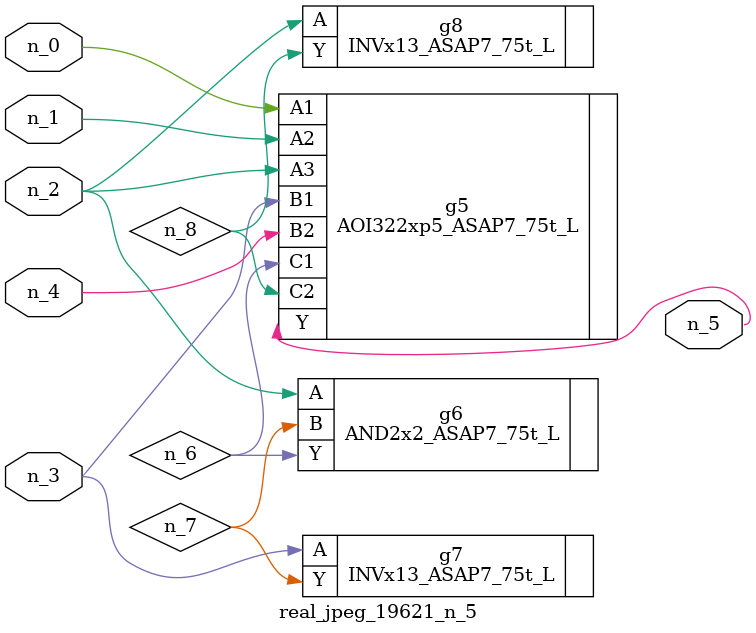
<source format=v>
module real_jpeg_19621_n_5 (n_4, n_0, n_1, n_2, n_3, n_5);

input n_4;
input n_0;
input n_1;
input n_2;
input n_3;

output n_5;

wire n_8;
wire n_6;
wire n_7;

AOI322xp5_ASAP7_75t_L g5 ( 
.A1(n_0),
.A2(n_1),
.A3(n_2),
.B1(n_3),
.B2(n_4),
.C1(n_6),
.C2(n_8),
.Y(n_5)
);

AND2x2_ASAP7_75t_L g6 ( 
.A(n_2),
.B(n_7),
.Y(n_6)
);

INVx13_ASAP7_75t_L g8 ( 
.A(n_2),
.Y(n_8)
);

INVx13_ASAP7_75t_L g7 ( 
.A(n_3),
.Y(n_7)
);


endmodule
</source>
